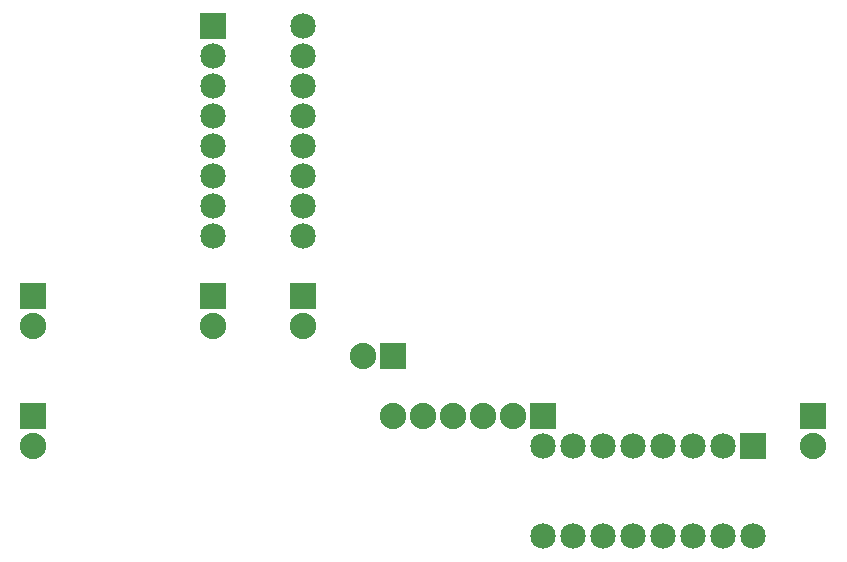
<source format=gbs>
G04 MADE WITH FRITZING*
G04 WWW.FRITZING.ORG*
G04 DOUBLE SIDED*
G04 HOLES PLATED*
G04 CONTOUR ON CENTER OF CONTOUR VECTOR*
%ASAXBY*%
%FSLAX23Y23*%
%MOIN*%
%OFA0B0*%
%SFA1.0B1.0*%
%ADD10C,0.085000*%
%ADD11C,0.088000*%
%ADD12R,0.085000X0.085000*%
%ADD13R,0.088000X0.088000*%
%LNMASK0*%
G90*
G70*
G54D10*
X711Y2078D03*
X1011Y2078D03*
X711Y1978D03*
X1011Y1978D03*
X711Y1878D03*
X1011Y1878D03*
X711Y1778D03*
X1011Y1778D03*
X711Y1678D03*
X1011Y1678D03*
X711Y1578D03*
X1011Y1578D03*
X711Y1478D03*
X1011Y1478D03*
X711Y1378D03*
X1011Y1378D03*
G54D11*
X111Y1178D03*
X111Y1078D03*
X111Y778D03*
X111Y678D03*
X711Y1178D03*
X711Y1078D03*
X1011Y1178D03*
X1011Y1078D03*
X1811Y778D03*
X1711Y778D03*
X1611Y778D03*
X1511Y778D03*
X1411Y778D03*
X1311Y778D03*
G54D10*
X2511Y678D03*
X2511Y378D03*
X2411Y678D03*
X2411Y378D03*
X2311Y678D03*
X2311Y378D03*
X2211Y678D03*
X2211Y378D03*
X2111Y678D03*
X2111Y378D03*
X2011Y678D03*
X2011Y378D03*
X1911Y678D03*
X1911Y378D03*
X1811Y678D03*
X1811Y378D03*
G54D11*
X1311Y978D03*
X1211Y978D03*
X2711Y778D03*
X2711Y678D03*
G54D12*
X711Y2078D03*
G54D13*
X111Y1178D03*
X111Y778D03*
X711Y1178D03*
X1011Y1178D03*
X1811Y778D03*
G54D12*
X2511Y678D03*
G54D13*
X1311Y978D03*
X2711Y778D03*
G04 End of Mask0*
M02*
</source>
